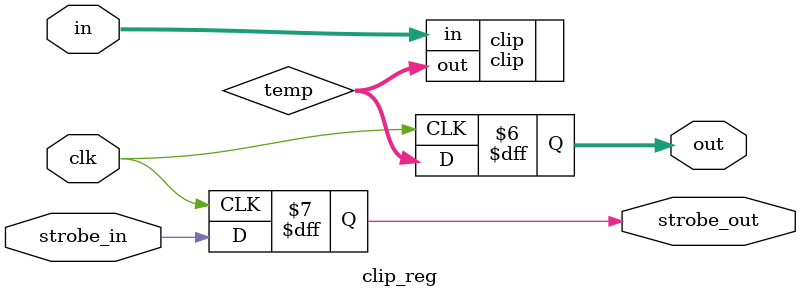
<source format=v>


// Clipping "macro", keeps the bottom bits

module clip_reg
  #(parameter bits_in=0,
    parameter bits_out=0,
    parameter STROBED=1'b0)
    (input clk,
     input [bits_in-1:0] in,
     output reg [bits_out-1:0] out,
     input strobe_in,
     output reg strobe_out);
   
   wire [bits_out-1:0] temp;

   clip #(.bits_in(bits_in),.bits_out(bits_out)) clip (.in(in),.out(temp));

   always @(posedge clk)
     strobe_out <= strobe_in;
   
   always @(posedge clk)
     if(strobe_in | ~STROBED)
       out <= temp;
   
endmodule // clip_reg


</source>
